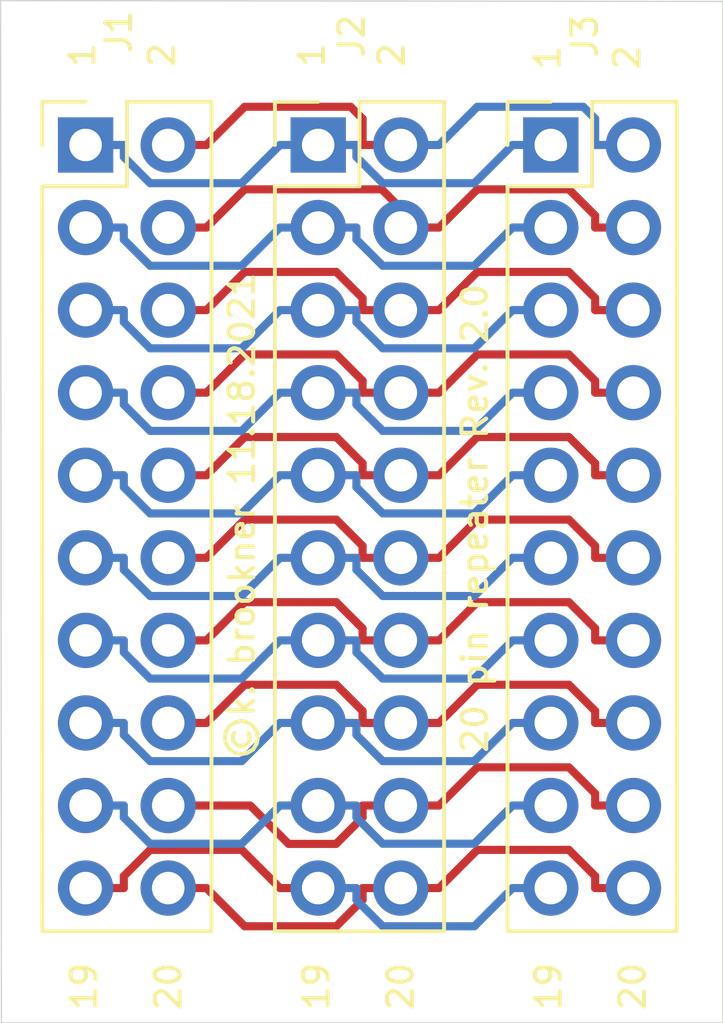
<source format=kicad_pcb>
(kicad_pcb (version 20171130) (host pcbnew "(5.1.10-1-10_14)")

  (general
    (thickness 1.6002)
    (drawings 15)
    (tracks 256)
    (zones 0)
    (modules 3)
    (nets 21)
  )

  (page USLetter)
  (title_block
    (rev 1)
  )

  (layers
    (0 Front signal)
    (31 Back signal)
    (34 B.Paste user)
    (35 F.Paste user)
    (36 B.SilkS user)
    (37 F.SilkS user)
    (38 B.Mask user)
    (39 F.Mask user)
    (44 Edge.Cuts user)
    (45 Margin user)
    (46 B.CrtYd user)
    (47 F.CrtYd user)
    (49 F.Fab user hide)
  )

  (setup
    (last_trace_width 0.25)
    (user_trace_width 0.254)
    (user_trace_width 0.508)
    (user_trace_width 0.762)
    (trace_clearance 0.2)
    (zone_clearance 0.508)
    (zone_45_only no)
    (trace_min 0.1524)
    (via_size 0.8)
    (via_drill 0.4)
    (via_min_size 0.508)
    (via_min_drill 0.254)
    (user_via 0.6858 0.3302)
    (user_via 0.889 0.381)
    (uvia_size 0.6858)
    (uvia_drill 0.254)
    (uvias_allowed no)
    (uvia_min_size 0)
    (uvia_min_drill 0)
    (edge_width 0.0381)
    (segment_width 0.254)
    (pcb_text_width 0.3048)
    (pcb_text_size 1.524 1.524)
    (mod_edge_width 0.127)
    (mod_text_size 0.762 0.762)
    (mod_text_width 0.127)
    (pad_size 1.524 1.524)
    (pad_drill 0.762)
    (pad_to_mask_clearance 0.0508)
    (aux_axis_origin 0 0)
    (visible_elements FFFFFF7F)
    (pcbplotparams
      (layerselection 0x010fc_ffffffff)
      (usegerberextensions false)
      (usegerberattributes false)
      (usegerberadvancedattributes false)
      (creategerberjobfile false)
      (excludeedgelayer true)
      (linewidth 0.152400)
      (plotframeref false)
      (viasonmask false)
      (mode 1)
      (useauxorigin false)
      (hpglpennumber 1)
      (hpglpenspeed 20)
      (hpglpendiameter 15.000000)
      (psnegative false)
      (psa4output false)
      (plotreference true)
      (plotvalue false)
      (plotinvisibletext false)
      (padsonsilk false)
      (subtractmaskfromsilk true)
      (outputformat 1)
      (mirror false)
      (drillshape 0)
      (scaleselection 1)
      (outputdirectory "./gerbers"))
  )

  (net 0 "")
  (net 1 /pin4)
  (net 2 /pin6)
  (net 3 /pin7)
  (net 4 /pin20)
  (net 5 /pin2)
  (net 6 /pin5)
  (net 7 /pin9)
  (net 8 /pin11)
  (net 9 /pin13)
  (net 10 /pin1)
  (net 11 /pin3)
  (net 12 /pin8)
  (net 13 /pin10)
  (net 14 /pin12)
  (net 15 /pin14)
  (net 16 /pin15)
  (net 17 /pin16)
  (net 18 /pin17)
  (net 19 /pin18)
  (net 20 /pin19)

  (net_class Default "This is the default net class."
    (clearance 0.2)
    (trace_width 0.25)
    (via_dia 0.8)
    (via_drill 0.4)
    (uvia_dia 0.6858)
    (uvia_drill 0.254)
    (diff_pair_width 0.1524)
    (diff_pair_gap 0.1524)
    (add_net /pin1)
    (add_net /pin10)
    (add_net /pin11)
    (add_net /pin12)
    (add_net /pin13)
    (add_net /pin14)
    (add_net /pin15)
    (add_net /pin16)
    (add_net /pin17)
    (add_net /pin18)
    (add_net /pin19)
    (add_net /pin2)
    (add_net /pin20)
    (add_net /pin3)
    (add_net /pin4)
    (add_net /pin5)
    (add_net /pin6)
    (add_net /pin7)
    (add_net /pin8)
    (add_net /pin9)
  )

  (net_class Power ""
    (clearance 0.3)
    (trace_width 0.3)
    (via_dia 1)
    (via_drill 0.6)
    (uvia_dia 0.6858)
    (uvia_drill 0.254)
    (diff_pair_width 0.1524)
    (diff_pair_gap 0.1524)
  )

  (module Connector_PinHeader_2.54mm:PinHeader_2x10_P2.54mm_Vertical (layer Front) (tedit 59FED5CC) (tstamp 61982944)
    (at 119.452 73.0466)
    (descr "Through hole straight pin header, 2x10, 2.54mm pitch, double rows")
    (tags "Through hole pin header THT 2x10 2.54mm double row")
    (path /61BCF42F)
    (fp_text reference J1 (at 1.019799 -3.476001 90) (layer F.SilkS)
      (effects (font (size 0.762 0.762) (thickness 0.127)))
    )
    (fp_text value Conn_02x10_Odd_Even (at 1.27 25.19) (layer F.Fab)
      (effects (font (size 1 1) (thickness 0.15)))
    )
    (fp_line (start 4.35 -1.8) (end -1.8 -1.8) (layer F.CrtYd) (width 0.05))
    (fp_line (start 4.35 24.65) (end 4.35 -1.8) (layer F.CrtYd) (width 0.05))
    (fp_line (start -1.8 24.65) (end 4.35 24.65) (layer F.CrtYd) (width 0.05))
    (fp_line (start -1.8 -1.8) (end -1.8 24.65) (layer F.CrtYd) (width 0.05))
    (fp_line (start -1.33 -1.33) (end 0 -1.33) (layer F.SilkS) (width 0.12))
    (fp_line (start -1.33 0) (end -1.33 -1.33) (layer F.SilkS) (width 0.12))
    (fp_line (start 1.27 -1.33) (end 3.87 -1.33) (layer F.SilkS) (width 0.12))
    (fp_line (start 1.27 1.27) (end 1.27 -1.33) (layer F.SilkS) (width 0.12))
    (fp_line (start -1.33 1.27) (end 1.27 1.27) (layer F.SilkS) (width 0.12))
    (fp_line (start 3.87 -1.33) (end 3.87 24.19) (layer F.SilkS) (width 0.12))
    (fp_line (start -1.33 1.27) (end -1.33 24.19) (layer F.SilkS) (width 0.12))
    (fp_line (start -1.33 24.19) (end 3.87 24.19) (layer F.SilkS) (width 0.12))
    (fp_line (start -1.27 0) (end 0 -1.27) (layer F.Fab) (width 0.1))
    (fp_line (start -1.27 24.13) (end -1.27 0) (layer F.Fab) (width 0.1))
    (fp_line (start 3.81 24.13) (end -1.27 24.13) (layer F.Fab) (width 0.1))
    (fp_line (start 3.81 -1.27) (end 3.81 24.13) (layer F.Fab) (width 0.1))
    (fp_line (start 0 -1.27) (end 3.81 -1.27) (layer F.Fab) (width 0.1))
    (fp_text user %R (at 1.27 11.43 90) (layer F.Fab)
      (effects (font (size 1 1) (thickness 0.15)))
    )
    (pad 1 thru_hole rect (at 0 0) (size 1.7 1.7) (drill 1) (layers *.Cu *.Mask)
      (net 10 /pin1))
    (pad 2 thru_hole oval (at 2.54 0) (size 1.7 1.7) (drill 1) (layers *.Cu *.Mask)
      (net 5 /pin2))
    (pad 3 thru_hole oval (at 0 2.54) (size 1.7 1.7) (drill 1) (layers *.Cu *.Mask)
      (net 11 /pin3))
    (pad 4 thru_hole oval (at 2.54 2.54) (size 1.7 1.7) (drill 1) (layers *.Cu *.Mask)
      (net 1 /pin4))
    (pad 5 thru_hole oval (at 0 5.08) (size 1.7 1.7) (drill 1) (layers *.Cu *.Mask)
      (net 6 /pin5))
    (pad 6 thru_hole oval (at 2.54 5.08) (size 1.7 1.7) (drill 1) (layers *.Cu *.Mask)
      (net 2 /pin6))
    (pad 7 thru_hole oval (at 0 7.62) (size 1.7 1.7) (drill 1) (layers *.Cu *.Mask)
      (net 3 /pin7))
    (pad 8 thru_hole oval (at 2.54 7.62) (size 1.7 1.7) (drill 1) (layers *.Cu *.Mask)
      (net 12 /pin8))
    (pad 9 thru_hole oval (at 0 10.16) (size 1.7 1.7) (drill 1) (layers *.Cu *.Mask)
      (net 7 /pin9))
    (pad 10 thru_hole oval (at 2.54 10.16) (size 1.7 1.7) (drill 1) (layers *.Cu *.Mask)
      (net 13 /pin10))
    (pad 11 thru_hole oval (at 0 12.7) (size 1.7 1.7) (drill 1) (layers *.Cu *.Mask)
      (net 8 /pin11))
    (pad 12 thru_hole oval (at 2.54 12.7) (size 1.7 1.7) (drill 1) (layers *.Cu *.Mask)
      (net 14 /pin12))
    (pad 13 thru_hole oval (at 0 15.24) (size 1.7 1.7) (drill 1) (layers *.Cu *.Mask)
      (net 9 /pin13))
    (pad 14 thru_hole oval (at 2.54 15.24) (size 1.7 1.7) (drill 1) (layers *.Cu *.Mask)
      (net 15 /pin14))
    (pad 15 thru_hole oval (at 0 17.78) (size 1.7 1.7) (drill 1) (layers *.Cu *.Mask)
      (net 16 /pin15))
    (pad 16 thru_hole oval (at 2.54 17.78) (size 1.7 1.7) (drill 1) (layers *.Cu *.Mask)
      (net 17 /pin16))
    (pad 17 thru_hole oval (at 0 20.32) (size 1.7 1.7) (drill 1) (layers *.Cu *.Mask)
      (net 18 /pin17))
    (pad 18 thru_hole oval (at 2.54 20.32) (size 1.7 1.7) (drill 1) (layers *.Cu *.Mask)
      (net 19 /pin18))
    (pad 19 thru_hole oval (at 0 22.86) (size 1.7 1.7) (drill 1) (layers *.Cu *.Mask)
      (net 20 /pin19))
    (pad 20 thru_hole oval (at 2.54 22.86) (size 1.7 1.7) (drill 1) (layers *.Cu *.Mask)
      (net 4 /pin20))
    (model ${KISYS3DMOD}/Connector_PinHeader_2.54mm.3dshapes/PinHeader_2x10_P2.54mm_Vertical.wrl
      (at (xyz 0 0 0))
      (scale (xyz 1 1 1))
      (rotate (xyz 0 0 0))
    )
  )

  (module Connector_PinHeader_2.54mm:PinHeader_2x10_P2.54mm_Vertical (layer Front) (tedit 59FED5CC) (tstamp 6198296D)
    (at 126.602 73.0466)
    (descr "Through hole straight pin header, 2x10, 2.54mm pitch, double rows")
    (tags "Through hole pin header THT 2x10 2.54mm double row")
    (path /61C1C304)
    (fp_text reference J2 (at 1.032599 -3.349001 90) (layer F.SilkS)
      (effects (font (size 0.762 0.762) (thickness 0.127)))
    )
    (fp_text value Conn_02x10_Odd_Even (at 1.27 25.19) (layer F.Fab)
      (effects (font (size 1 1) (thickness 0.15)))
    )
    (fp_text user %R (at 1.27 11.43 90) (layer F.Fab)
      (effects (font (size 1 1) (thickness 0.15)))
    )
    (fp_line (start 0 -1.27) (end 3.81 -1.27) (layer F.Fab) (width 0.1))
    (fp_line (start 3.81 -1.27) (end 3.81 24.13) (layer F.Fab) (width 0.1))
    (fp_line (start 3.81 24.13) (end -1.27 24.13) (layer F.Fab) (width 0.1))
    (fp_line (start -1.27 24.13) (end -1.27 0) (layer F.Fab) (width 0.1))
    (fp_line (start -1.27 0) (end 0 -1.27) (layer F.Fab) (width 0.1))
    (fp_line (start -1.33 24.19) (end 3.87 24.19) (layer F.SilkS) (width 0.12))
    (fp_line (start -1.33 1.27) (end -1.33 24.19) (layer F.SilkS) (width 0.12))
    (fp_line (start 3.87 -1.33) (end 3.87 24.19) (layer F.SilkS) (width 0.12))
    (fp_line (start -1.33 1.27) (end 1.27 1.27) (layer F.SilkS) (width 0.12))
    (fp_line (start 1.27 1.27) (end 1.27 -1.33) (layer F.SilkS) (width 0.12))
    (fp_line (start 1.27 -1.33) (end 3.87 -1.33) (layer F.SilkS) (width 0.12))
    (fp_line (start -1.33 0) (end -1.33 -1.33) (layer F.SilkS) (width 0.12))
    (fp_line (start -1.33 -1.33) (end 0 -1.33) (layer F.SilkS) (width 0.12))
    (fp_line (start -1.8 -1.8) (end -1.8 24.65) (layer F.CrtYd) (width 0.05))
    (fp_line (start -1.8 24.65) (end 4.35 24.65) (layer F.CrtYd) (width 0.05))
    (fp_line (start 4.35 24.65) (end 4.35 -1.8) (layer F.CrtYd) (width 0.05))
    (fp_line (start 4.35 -1.8) (end -1.8 -1.8) (layer F.CrtYd) (width 0.05))
    (pad 20 thru_hole oval (at 2.54 22.86) (size 1.7 1.7) (drill 1) (layers *.Cu *.Mask)
      (net 4 /pin20))
    (pad 19 thru_hole oval (at 0 22.86) (size 1.7 1.7) (drill 1) (layers *.Cu *.Mask)
      (net 20 /pin19))
    (pad 18 thru_hole oval (at 2.54 20.32) (size 1.7 1.7) (drill 1) (layers *.Cu *.Mask)
      (net 19 /pin18))
    (pad 17 thru_hole oval (at 0 20.32) (size 1.7 1.7) (drill 1) (layers *.Cu *.Mask)
      (net 18 /pin17))
    (pad 16 thru_hole oval (at 2.54 17.78) (size 1.7 1.7) (drill 1) (layers *.Cu *.Mask)
      (net 17 /pin16))
    (pad 15 thru_hole oval (at 0 17.78) (size 1.7 1.7) (drill 1) (layers *.Cu *.Mask)
      (net 16 /pin15))
    (pad 14 thru_hole oval (at 2.54 15.24) (size 1.7 1.7) (drill 1) (layers *.Cu *.Mask)
      (net 15 /pin14))
    (pad 13 thru_hole oval (at 0 15.24) (size 1.7 1.7) (drill 1) (layers *.Cu *.Mask)
      (net 9 /pin13))
    (pad 12 thru_hole oval (at 2.54 12.7) (size 1.7 1.7) (drill 1) (layers *.Cu *.Mask)
      (net 14 /pin12))
    (pad 11 thru_hole oval (at 0 12.7) (size 1.7 1.7) (drill 1) (layers *.Cu *.Mask)
      (net 8 /pin11))
    (pad 10 thru_hole oval (at 2.54 10.16) (size 1.7 1.7) (drill 1) (layers *.Cu *.Mask)
      (net 13 /pin10))
    (pad 9 thru_hole oval (at 0 10.16) (size 1.7 1.7) (drill 1) (layers *.Cu *.Mask)
      (net 7 /pin9))
    (pad 8 thru_hole oval (at 2.54 7.62) (size 1.7 1.7) (drill 1) (layers *.Cu *.Mask)
      (net 12 /pin8))
    (pad 7 thru_hole oval (at 0 7.62) (size 1.7 1.7) (drill 1) (layers *.Cu *.Mask)
      (net 3 /pin7))
    (pad 6 thru_hole oval (at 2.54 5.08) (size 1.7 1.7) (drill 1) (layers *.Cu *.Mask)
      (net 2 /pin6))
    (pad 5 thru_hole oval (at 0 5.08) (size 1.7 1.7) (drill 1) (layers *.Cu *.Mask)
      (net 6 /pin5))
    (pad 4 thru_hole oval (at 2.54 2.54) (size 1.7 1.7) (drill 1) (layers *.Cu *.Mask)
      (net 1 /pin4))
    (pad 3 thru_hole oval (at 0 2.54) (size 1.7 1.7) (drill 1) (layers *.Cu *.Mask)
      (net 11 /pin3))
    (pad 2 thru_hole oval (at 2.54 0) (size 1.7 1.7) (drill 1) (layers *.Cu *.Mask)
      (net 5 /pin2))
    (pad 1 thru_hole rect (at 0 0) (size 1.7 1.7) (drill 1) (layers *.Cu *.Mask)
      (net 10 /pin1))
    (model ${KISYS3DMOD}/Connector_PinHeader_2.54mm.3dshapes/PinHeader_2x10_P2.54mm_Vertical.wrl
      (at (xyz 0 0 0))
      (scale (xyz 1 1 1))
      (rotate (xyz 0 0 0))
    )
  )

  (module Connector_PinHeader_2.54mm:PinHeader_2x10_P2.54mm_Vertical (layer Front) (tedit 59FED5CC) (tstamp 61982996)
    (at 133.752 73.0466)
    (descr "Through hole straight pin header, 2x10, 2.54mm pitch, double rows")
    (tags "Through hole pin header THT 2x10 2.54mm double row")
    (path /61C2F9ED)
    (fp_text reference J3 (at 1.045399 -3.349001 90) (layer F.SilkS)
      (effects (font (size 0.762 0.762) (thickness 0.127)))
    )
    (fp_text value Conn_02x10_Odd_Even (at 1.27 25.19) (layer F.Fab)
      (effects (font (size 1 1) (thickness 0.15)))
    )
    (fp_line (start 4.35 -1.8) (end -1.8 -1.8) (layer F.CrtYd) (width 0.05))
    (fp_line (start 4.35 24.65) (end 4.35 -1.8) (layer F.CrtYd) (width 0.05))
    (fp_line (start -1.8 24.65) (end 4.35 24.65) (layer F.CrtYd) (width 0.05))
    (fp_line (start -1.8 -1.8) (end -1.8 24.65) (layer F.CrtYd) (width 0.05))
    (fp_line (start -1.33 -1.33) (end 0 -1.33) (layer F.SilkS) (width 0.12))
    (fp_line (start -1.33 0) (end -1.33 -1.33) (layer F.SilkS) (width 0.12))
    (fp_line (start 1.27 -1.33) (end 3.87 -1.33) (layer F.SilkS) (width 0.12))
    (fp_line (start 1.27 1.27) (end 1.27 -1.33) (layer F.SilkS) (width 0.12))
    (fp_line (start -1.33 1.27) (end 1.27 1.27) (layer F.SilkS) (width 0.12))
    (fp_line (start 3.87 -1.33) (end 3.87 24.19) (layer F.SilkS) (width 0.12))
    (fp_line (start -1.33 1.27) (end -1.33 24.19) (layer F.SilkS) (width 0.12))
    (fp_line (start -1.33 24.19) (end 3.87 24.19) (layer F.SilkS) (width 0.12))
    (fp_line (start -1.27 0) (end 0 -1.27) (layer F.Fab) (width 0.1))
    (fp_line (start -1.27 24.13) (end -1.27 0) (layer F.Fab) (width 0.1))
    (fp_line (start 3.81 24.13) (end -1.27 24.13) (layer F.Fab) (width 0.1))
    (fp_line (start 3.81 -1.27) (end 3.81 24.13) (layer F.Fab) (width 0.1))
    (fp_line (start 0 -1.27) (end 3.81 -1.27) (layer F.Fab) (width 0.1))
    (fp_text user %R (at 1.27 11.43 90) (layer F.Fab)
      (effects (font (size 1 1) (thickness 0.15)))
    )
    (pad 1 thru_hole rect (at 0 0) (size 1.7 1.7) (drill 1) (layers *.Cu *.Mask)
      (net 10 /pin1))
    (pad 2 thru_hole oval (at 2.54 0) (size 1.7 1.7) (drill 1) (layers *.Cu *.Mask)
      (net 5 /pin2))
    (pad 3 thru_hole oval (at 0 2.54) (size 1.7 1.7) (drill 1) (layers *.Cu *.Mask)
      (net 11 /pin3))
    (pad 4 thru_hole oval (at 2.54 2.54) (size 1.7 1.7) (drill 1) (layers *.Cu *.Mask)
      (net 1 /pin4))
    (pad 5 thru_hole oval (at 0 5.08) (size 1.7 1.7) (drill 1) (layers *.Cu *.Mask)
      (net 6 /pin5))
    (pad 6 thru_hole oval (at 2.54 5.08) (size 1.7 1.7) (drill 1) (layers *.Cu *.Mask)
      (net 2 /pin6))
    (pad 7 thru_hole oval (at 0 7.62) (size 1.7 1.7) (drill 1) (layers *.Cu *.Mask)
      (net 3 /pin7))
    (pad 8 thru_hole oval (at 2.54 7.62) (size 1.7 1.7) (drill 1) (layers *.Cu *.Mask)
      (net 12 /pin8))
    (pad 9 thru_hole oval (at 0 10.16) (size 1.7 1.7) (drill 1) (layers *.Cu *.Mask)
      (net 7 /pin9))
    (pad 10 thru_hole oval (at 2.54 10.16) (size 1.7 1.7) (drill 1) (layers *.Cu *.Mask)
      (net 13 /pin10))
    (pad 11 thru_hole oval (at 0 12.7) (size 1.7 1.7) (drill 1) (layers *.Cu *.Mask)
      (net 8 /pin11))
    (pad 12 thru_hole oval (at 2.54 12.7) (size 1.7 1.7) (drill 1) (layers *.Cu *.Mask)
      (net 14 /pin12))
    (pad 13 thru_hole oval (at 0 15.24) (size 1.7 1.7) (drill 1) (layers *.Cu *.Mask)
      (net 9 /pin13))
    (pad 14 thru_hole oval (at 2.54 15.24) (size 1.7 1.7) (drill 1) (layers *.Cu *.Mask)
      (net 15 /pin14))
    (pad 15 thru_hole oval (at 0 17.78) (size 1.7 1.7) (drill 1) (layers *.Cu *.Mask)
      (net 16 /pin15))
    (pad 16 thru_hole oval (at 2.54 17.78) (size 1.7 1.7) (drill 1) (layers *.Cu *.Mask)
      (net 17 /pin16))
    (pad 17 thru_hole oval (at 0 20.32) (size 1.7 1.7) (drill 1) (layers *.Cu *.Mask)
      (net 18 /pin17))
    (pad 18 thru_hole oval (at 2.54 20.32) (size 1.7 1.7) (drill 1) (layers *.Cu *.Mask)
      (net 19 /pin18))
    (pad 19 thru_hole oval (at 0 22.86) (size 1.7 1.7) (drill 1) (layers *.Cu *.Mask)
      (net 20 /pin19))
    (pad 20 thru_hole oval (at 2.54 22.86) (size 1.7 1.7) (drill 1) (layers *.Cu *.Mask)
      (net 4 /pin20))
    (model ${KISYS3DMOD}/Connector_PinHeader_2.54mm.3dshapes/PinHeader_2x10_P2.54mm_Vertical.wrl
      (at (xyz 0 0 0))
      (scale (xyz 1 1 1))
      (rotate (xyz 0 0 0))
    )
  )

  (gr_line (start 139.0396 68.6308) (end 116.84 68.6054) (layer Edge.Cuts) (width 0.0381) (tstamp 619832C2))
  (gr_line (start 139.0396 100.0506) (end 139.0396 68.6308) (layer Edge.Cuts) (width 0.0381))
  (gr_line (start 116.8654 100.0506) (end 139.0396 100.0506) (layer Edge.Cuts) (width 0.0381))
  (gr_line (start 116.84 68.6054) (end 116.8654 100.0506) (layer Edge.Cuts) (width 0.0381))
  (gr_text "20 pin repeater Rev. 2.0" (at 131.4196 84.5312 90) (layer F.SilkS)
    (effects (font (size 0.762 0.762) (thickness 0.127)))
  )
  (gr_text 20 (at 136.271 98.933 90) (layer F.SilkS) (tstamp 61983021)
    (effects (font (size 0.762 0.762) (thickness 0.127)))
  )
  (gr_text 19 (at 133.6802 98.933 90) (layer F.SilkS) (tstamp 61983020)
    (effects (font (size 0.762 0.762) (thickness 0.127)))
  )
  (gr_text 20 (at 129.1336 98.933 90) (layer F.SilkS) (tstamp 61983021)
    (effects (font (size 0.762 0.762) (thickness 0.127)))
  )
  (gr_text 19 (at 126.5428 98.933 90) (layer F.SilkS) (tstamp 61983020)
    (effects (font (size 0.762 0.762) (thickness 0.127)))
  )
  (gr_text 20 (at 121.9962 98.933 90) (layer F.SilkS)
    (effects (font (size 0.762 0.762) (thickness 0.127)))
  )
  (gr_text 19 (at 119.4054 98.933 90) (layer F.SilkS)
    (effects (font (size 0.762 0.762) (thickness 0.127)))
  )
  (gr_text "©k. brookner 11.18.2021" (at 124.2568 84.455 90) (layer F.SilkS)
    (effects (font (size 0.762 0.762) (thickness 0.127)))
  )
  (gr_text "1\n\n2" (at 134.874 70.358 90) (layer F.SilkS) (tstamp 5F73791E)
    (effects (font (size 0.762 0.762) (thickness 0.127)))
  )
  (gr_text "1\n\n2" (at 127.635 70.2818 90) (layer F.SilkS) (tstamp 5F737916)
    (effects (font (size 0.762 0.762) (thickness 0.127)))
  )
  (gr_text "1\n\n2" (at 120.5738 70.2818 90) (layer F.SilkS)
    (effects (font (size 0.762 0.762) (thickness 0.127)))
  )

  (segment (start 121.992 75.5866) (end 123.1673 75.5866) (width 0.25) (layer Front) (net 1))
  (segment (start 129.7297 75.5866) (end 128.5544 74.4113) (width 0.25) (layer Front) (net 1))
  (segment (start 128.5544 74.4113) (end 124.3426 74.4113) (width 0.25) (layer Front) (net 1))
  (segment (start 124.3426 74.4113) (end 123.1673 75.5866) (width 0.25) (layer Front) (net 1))
  (segment (start 129.7297 75.5866) (end 130.3173 75.5866) (width 0.25) (layer Front) (net 1))
  (segment (start 129.142 75.5866) (end 129.7297 75.5866) (width 0.25) (layer Front) (net 1))
  (segment (start 136.292 75.5866) (end 135.1167 75.5866) (width 0.25) (layer Front) (net 1))
  (segment (start 130.3173 75.5866) (end 131.4926 74.4113) (width 0.25) (layer Front) (net 1))
  (segment (start 131.4926 74.4113) (end 134.3088 74.4113) (width 0.25) (layer Front) (net 1))
  (segment (start 134.3088 74.4113) (end 135.1167 75.2192) (width 0.25) (layer Front) (net 1))
  (segment (start 135.1167 75.2192) (end 135.1167 75.5866) (width 0.25) (layer Front) (net 1))
  (segment (start 136.292 78.1266) (end 135.1167 78.1266) (width 0.25) (layer Front) (net 2))
  (segment (start 129.142 78.1266) (end 130.3173 78.1266) (width 0.25) (layer Front) (net 2))
  (segment (start 130.3173 78.1266) (end 131.4926 76.9513) (width 0.25) (layer Front) (net 2))
  (segment (start 131.4926 76.9513) (end 134.3088 76.9513) (width 0.25) (layer Front) (net 2))
  (segment (start 134.3088 76.9513) (end 135.1167 77.7592) (width 0.25) (layer Front) (net 2))
  (segment (start 135.1167 77.7592) (end 135.1167 78.1266) (width 0.25) (layer Front) (net 2))
  (segment (start 128.5544 78.1266) (end 129.142 78.1266) (width 0.25) (layer Front) (net 2))
  (segment (start 128.5544 78.1266) (end 127.9667 78.1266) (width 0.25) (layer Front) (net 2))
  (segment (start 121.992 78.1266) (end 123.1673 78.1266) (width 0.25) (layer Front) (net 2))
  (segment (start 127.9667 78.1266) (end 127.9667 77.7593) (width 0.25) (layer Front) (net 2))
  (segment (start 127.9667 77.7593) (end 127.1587 76.9513) (width 0.25) (layer Front) (net 2))
  (segment (start 127.1587 76.9513) (end 124.3426 76.9513) (width 0.25) (layer Front) (net 2))
  (segment (start 124.3426 76.9513) (end 123.1673 78.1266) (width 0.25) (layer Front) (net 2))
  (segment (start 119.452 80.6666) (end 120.6273 80.6666) (width 0.25) (layer Back) (net 3))
  (segment (start 126.602 80.6666) (end 125.4267 80.6666) (width 0.25) (layer Back) (net 3))
  (segment (start 125.4267 80.6666) (end 124.2514 81.8419) (width 0.25) (layer Back) (net 3))
  (segment (start 124.2514 81.8419) (end 121.4352 81.8419) (width 0.25) (layer Back) (net 3))
  (segment (start 121.4352 81.8419) (end 120.6273 81.034) (width 0.25) (layer Back) (net 3))
  (segment (start 120.6273 81.034) (end 120.6273 80.6666) (width 0.25) (layer Back) (net 3))
  (segment (start 127.1897 80.6666) (end 126.602 80.6666) (width 0.25) (layer Back) (net 3))
  (segment (start 127.1897 80.6666) (end 127.7773 80.6666) (width 0.25) (layer Back) (net 3))
  (segment (start 133.752 80.6666) (end 132.5767 80.6666) (width 0.25) (layer Back) (net 3))
  (segment (start 127.7773 80.6666) (end 127.7773 81.0339) (width 0.25) (layer Back) (net 3))
  (segment (start 127.7773 81.0339) (end 128.5853 81.8419) (width 0.25) (layer Back) (net 3))
  (segment (start 128.5853 81.8419) (end 131.4014 81.8419) (width 0.25) (layer Back) (net 3))
  (segment (start 131.4014 81.8419) (end 132.5767 80.6666) (width 0.25) (layer Back) (net 3))
  (segment (start 136.292 95.9066) (end 135.1167 95.9066) (width 0.25) (layer Front) (net 4))
  (segment (start 129.142 95.9066) (end 130.3173 95.9066) (width 0.25) (layer Front) (net 4))
  (segment (start 130.3173 95.9066) (end 131.4926 94.7313) (width 0.25) (layer Front) (net 4))
  (segment (start 131.4926 94.7313) (end 134.3088 94.7313) (width 0.25) (layer Front) (net 4))
  (segment (start 134.3088 94.7313) (end 135.1167 95.5392) (width 0.25) (layer Front) (net 4))
  (segment (start 135.1167 95.5392) (end 135.1167 95.9066) (width 0.25) (layer Front) (net 4))
  (segment (start 128.5544 95.9066) (end 129.142 95.9066) (width 0.25) (layer Front) (net 4))
  (segment (start 128.5544 95.9066) (end 127.9667 95.9066) (width 0.25) (layer Front) (net 4))
  (segment (start 121.992 95.9066) (end 123.1673 95.9066) (width 0.25) (layer Front) (net 4))
  (segment (start 127.9667 95.9066) (end 127.9667 96.2739) (width 0.25) (layer Front) (net 4))
  (segment (start 127.9667 96.2739) (end 127.1587 97.0819) (width 0.25) (layer Front) (net 4))
  (segment (start 127.1587 97.0819) (end 124.3426 97.0819) (width 0.25) (layer Front) (net 4))
  (segment (start 124.3426 97.0819) (end 123.1673 95.9066) (width 0.25) (layer Front) (net 4))
  (segment (start 121.992 73.0466) (end 123.1673 73.0466) (width 0.25) (layer Front) (net 5))
  (segment (start 129.142 73.0466) (end 127.9667 73.0466) (width 0.25) (layer Front) (net 5))
  (segment (start 127.9667 73.0466) (end 127.9667 72.2386) (width 0.25) (layer Front) (net 5))
  (segment (start 127.9667 72.2386) (end 127.5994 71.8713) (width 0.25) (layer Front) (net 5))
  (segment (start 127.5994 71.8713) (end 124.3426 71.8713) (width 0.25) (layer Front) (net 5))
  (segment (start 124.3426 71.8713) (end 123.1673 73.0466) (width 0.25) (layer Front) (net 5))
  (segment (start 129.142 73.0466) (end 130.3173 73.0466) (width 0.25) (layer Back) (net 5))
  (segment (start 136.292 73.0466) (end 135.1167 73.0466) (width 0.25) (layer Back) (net 5))
  (segment (start 135.1167 73.0466) (end 135.1167 72.2386) (width 0.25) (layer Back) (net 5))
  (segment (start 135.1167 72.2386) (end 134.7494 71.8713) (width 0.25) (layer Back) (net 5))
  (segment (start 134.7494 71.8713) (end 131.4926 71.8713) (width 0.25) (layer Back) (net 5))
  (segment (start 131.4926 71.8713) (end 130.3173 73.0466) (width 0.25) (layer Back) (net 5))
  (segment (start 119.452 78.1266) (end 120.6273 78.1266) (width 0.25) (layer Back) (net 6))
  (segment (start 126.602 78.1266) (end 125.4267 78.1266) (width 0.25) (layer Back) (net 6))
  (segment (start 125.4267 78.1266) (end 124.2514 79.3019) (width 0.25) (layer Back) (net 6))
  (segment (start 124.2514 79.3019) (end 121.4352 79.3019) (width 0.25) (layer Back) (net 6))
  (segment (start 121.4352 79.3019) (end 120.6273 78.494) (width 0.25) (layer Back) (net 6))
  (segment (start 120.6273 78.494) (end 120.6273 78.1266) (width 0.25) (layer Back) (net 6))
  (segment (start 127.1897 78.1266) (end 126.602 78.1266) (width 0.25) (layer Back) (net 6))
  (segment (start 127.1897 78.1266) (end 127.7773 78.1266) (width 0.25) (layer Back) (net 6))
  (segment (start 133.752 78.1266) (end 132.5767 78.1266) (width 0.25) (layer Back) (net 6))
  (segment (start 127.7773 78.1266) (end 127.7773 78.4939) (width 0.25) (layer Back) (net 6))
  (segment (start 127.7773 78.4939) (end 128.5853 79.3019) (width 0.25) (layer Back) (net 6))
  (segment (start 128.5853 79.3019) (end 131.4014 79.3019) (width 0.25) (layer Back) (net 6))
  (segment (start 131.4014 79.3019) (end 132.5767 78.1266) (width 0.25) (layer Back) (net 6))
  (segment (start 119.452 83.2066) (end 120.6273 83.2066) (width 0.25) (layer Back) (net 7))
  (segment (start 126.602 83.2066) (end 125.4267 83.2066) (width 0.25) (layer Back) (net 7))
  (segment (start 125.4267 83.2066) (end 124.2514 84.3819) (width 0.25) (layer Back) (net 7))
  (segment (start 124.2514 84.3819) (end 121.4352 84.3819) (width 0.25) (layer Back) (net 7))
  (segment (start 121.4352 84.3819) (end 120.6273 83.574) (width 0.25) (layer Back) (net 7))
  (segment (start 120.6273 83.574) (end 120.6273 83.2066) (width 0.25) (layer Back) (net 7))
  (segment (start 127.1897 83.2066) (end 126.602 83.2066) (width 0.25) (layer Back) (net 7))
  (segment (start 127.1897 83.2066) (end 127.7773 83.2066) (width 0.25) (layer Back) (net 7))
  (segment (start 133.752 83.2066) (end 132.5767 83.2066) (width 0.25) (layer Back) (net 7))
  (segment (start 127.7773 83.2066) (end 127.7773 83.5739) (width 0.25) (layer Back) (net 7))
  (segment (start 127.7773 83.5739) (end 128.5853 84.3819) (width 0.25) (layer Back) (net 7))
  (segment (start 128.5853 84.3819) (end 131.4014 84.3819) (width 0.25) (layer Back) (net 7))
  (segment (start 131.4014 84.3819) (end 132.5767 83.2066) (width 0.25) (layer Back) (net 7))
  (segment (start 119.452 85.7466) (end 120.6273 85.7466) (width 0.25) (layer Back) (net 8))
  (segment (start 126.602 85.7466) (end 125.4267 85.7466) (width 0.25) (layer Back) (net 8))
  (segment (start 125.4267 85.7466) (end 124.2514 86.9219) (width 0.25) (layer Back) (net 8))
  (segment (start 124.2514 86.9219) (end 121.4352 86.9219) (width 0.25) (layer Back) (net 8))
  (segment (start 121.4352 86.9219) (end 120.6273 86.114) (width 0.25) (layer Back) (net 8))
  (segment (start 120.6273 86.114) (end 120.6273 85.7466) (width 0.25) (layer Back) (net 8))
  (segment (start 127.1897 85.7466) (end 126.602 85.7466) (width 0.25) (layer Back) (net 8))
  (segment (start 127.1897 85.7466) (end 127.7773 85.7466) (width 0.25) (layer Back) (net 8))
  (segment (start 133.752 85.7466) (end 132.5767 85.7466) (width 0.25) (layer Back) (net 8))
  (segment (start 127.7773 85.7466) (end 127.7773 86.1139) (width 0.25) (layer Back) (net 8))
  (segment (start 127.7773 86.1139) (end 128.5853 86.9219) (width 0.25) (layer Back) (net 8))
  (segment (start 128.5853 86.9219) (end 131.4014 86.9219) (width 0.25) (layer Back) (net 8))
  (segment (start 131.4014 86.9219) (end 132.5767 85.7466) (width 0.25) (layer Back) (net 8))
  (segment (start 119.452 88.2866) (end 120.6273 88.2866) (width 0.25) (layer Back) (net 9))
  (segment (start 126.602 88.2866) (end 125.4267 88.2866) (width 0.25) (layer Back) (net 9))
  (segment (start 125.4267 88.2866) (end 124.2514 89.4619) (width 0.25) (layer Back) (net 9))
  (segment (start 124.2514 89.4619) (end 121.4352 89.4619) (width 0.25) (layer Back) (net 9))
  (segment (start 121.4352 89.4619) (end 120.6273 88.654) (width 0.25) (layer Back) (net 9))
  (segment (start 120.6273 88.654) (end 120.6273 88.2866) (width 0.25) (layer Back) (net 9))
  (segment (start 127.1897 88.2866) (end 126.602 88.2866) (width 0.25) (layer Back) (net 9))
  (segment (start 127.1897 88.2866) (end 127.7773 88.2866) (width 0.25) (layer Back) (net 9))
  (segment (start 133.752 88.2866) (end 132.5767 88.2866) (width 0.25) (layer Back) (net 9))
  (segment (start 127.7773 88.2866) (end 127.7773 88.6539) (width 0.25) (layer Back) (net 9))
  (segment (start 127.7773 88.6539) (end 128.5853 89.4619) (width 0.25) (layer Back) (net 9))
  (segment (start 128.5853 89.4619) (end 131.4014 89.4619) (width 0.25) (layer Back) (net 9))
  (segment (start 131.4014 89.4619) (end 132.5767 88.2866) (width 0.25) (layer Back) (net 9))
  (segment (start 119.452 73.0466) (end 120.6273 73.0466) (width 0.25) (layer Back) (net 10))
  (segment (start 126.602 73.0466) (end 125.4267 73.0466) (width 0.25) (layer Back) (net 10))
  (segment (start 125.4267 73.0466) (end 124.2514 74.2219) (width 0.25) (layer Back) (net 10))
  (segment (start 124.2514 74.2219) (end 121.4352 74.2219) (width 0.25) (layer Back) (net 10))
  (segment (start 121.4352 74.2219) (end 120.6273 73.414) (width 0.25) (layer Back) (net 10))
  (segment (start 120.6273 73.414) (end 120.6273 73.0466) (width 0.25) (layer Back) (net 10))
  (segment (start 127.1897 73.0466) (end 126.602 73.0466) (width 0.25) (layer Back) (net 10))
  (segment (start 127.1897 73.0466) (end 127.7773 73.0466) (width 0.25) (layer Back) (net 10))
  (segment (start 133.752 73.0466) (end 132.5767 73.0466) (width 0.25) (layer Back) (net 10))
  (segment (start 127.7773 73.0466) (end 127.7773 73.4139) (width 0.25) (layer Back) (net 10))
  (segment (start 127.7773 73.4139) (end 128.5853 74.2219) (width 0.25) (layer Back) (net 10))
  (segment (start 128.5853 74.2219) (end 131.4014 74.2219) (width 0.25) (layer Back) (net 10))
  (segment (start 131.4014 74.2219) (end 132.5767 73.0466) (width 0.25) (layer Back) (net 10))
  (segment (start 119.452 75.5866) (end 120.6273 75.5866) (width 0.25) (layer Back) (net 11))
  (segment (start 126.602 75.5866) (end 125.4267 75.5866) (width 0.25) (layer Back) (net 11))
  (segment (start 125.4267 75.5866) (end 124.2514 76.7619) (width 0.25) (layer Back) (net 11))
  (segment (start 124.2514 76.7619) (end 121.4352 76.7619) (width 0.25) (layer Back) (net 11))
  (segment (start 121.4352 76.7619) (end 120.6273 75.954) (width 0.25) (layer Back) (net 11))
  (segment (start 120.6273 75.954) (end 120.6273 75.5866) (width 0.25) (layer Back) (net 11))
  (segment (start 126.9773 75.5866) (end 126.602 75.5866) (width 0.25) (layer Back) (net 11))
  (segment (start 126.9773 75.5866) (end 127.7773 75.5866) (width 0.25) (layer Back) (net 11))
  (segment (start 133.752 75.5866) (end 132.5767 75.5866) (width 0.25) (layer Back) (net 11))
  (segment (start 127.7773 75.5866) (end 127.7773 75.9539) (width 0.25) (layer Back) (net 11))
  (segment (start 127.7773 75.9539) (end 128.5853 76.7619) (width 0.25) (layer Back) (net 11))
  (segment (start 128.5853 76.7619) (end 131.4014 76.7619) (width 0.25) (layer Back) (net 11))
  (segment (start 131.4014 76.7619) (end 132.5767 75.5866) (width 0.25) (layer Back) (net 11))
  (segment (start 136.292 80.6666) (end 135.1167 80.6666) (width 0.25) (layer Front) (net 12))
  (segment (start 129.142 80.6666) (end 130.3173 80.6666) (width 0.25) (layer Front) (net 12))
  (segment (start 130.3173 80.6666) (end 131.4926 79.4913) (width 0.25) (layer Front) (net 12))
  (segment (start 131.4926 79.4913) (end 134.3088 79.4913) (width 0.25) (layer Front) (net 12))
  (segment (start 134.3088 79.4913) (end 135.1167 80.2992) (width 0.25) (layer Front) (net 12))
  (segment (start 135.1167 80.2992) (end 135.1167 80.6666) (width 0.25) (layer Front) (net 12))
  (segment (start 128.5544 80.6666) (end 129.142 80.6666) (width 0.25) (layer Front) (net 12))
  (segment (start 128.5544 80.6666) (end 127.9667 80.6666) (width 0.25) (layer Front) (net 12))
  (segment (start 121.992 80.6666) (end 123.1673 80.6666) (width 0.25) (layer Front) (net 12))
  (segment (start 127.9667 80.6666) (end 127.9667 80.2993) (width 0.25) (layer Front) (net 12))
  (segment (start 127.9667 80.2993) (end 127.1587 79.4913) (width 0.25) (layer Front) (net 12))
  (segment (start 127.1587 79.4913) (end 124.3426 79.4913) (width 0.25) (layer Front) (net 12))
  (segment (start 124.3426 79.4913) (end 123.1673 80.6666) (width 0.25) (layer Front) (net 12))
  (segment (start 136.292 83.2066) (end 135.1167 83.2066) (width 0.25) (layer Front) (net 13))
  (segment (start 129.142 83.2066) (end 130.3173 83.2066) (width 0.25) (layer Front) (net 13))
  (segment (start 130.3173 83.2066) (end 131.4926 82.0313) (width 0.25) (layer Front) (net 13))
  (segment (start 131.4926 82.0313) (end 134.3088 82.0313) (width 0.25) (layer Front) (net 13))
  (segment (start 134.3088 82.0313) (end 135.1167 82.8392) (width 0.25) (layer Front) (net 13))
  (segment (start 135.1167 82.8392) (end 135.1167 83.2066) (width 0.25) (layer Front) (net 13))
  (segment (start 128.5544 83.2066) (end 129.142 83.2066) (width 0.25) (layer Front) (net 13))
  (segment (start 128.5544 83.2066) (end 127.9667 83.2066) (width 0.25) (layer Front) (net 13))
  (segment (start 121.992 83.2066) (end 123.1673 83.2066) (width 0.25) (layer Front) (net 13))
  (segment (start 127.9667 83.2066) (end 127.9667 82.8393) (width 0.25) (layer Front) (net 13))
  (segment (start 127.9667 82.8393) (end 127.1587 82.0313) (width 0.25) (layer Front) (net 13))
  (segment (start 127.1587 82.0313) (end 124.3426 82.0313) (width 0.25) (layer Front) (net 13))
  (segment (start 124.3426 82.0313) (end 123.1673 83.2066) (width 0.25) (layer Front) (net 13))
  (segment (start 136.292 85.7466) (end 135.1167 85.7466) (width 0.25) (layer Front) (net 14))
  (segment (start 129.142 85.7466) (end 130.3173 85.7466) (width 0.25) (layer Front) (net 14))
  (segment (start 130.3173 85.7466) (end 131.4926 84.5713) (width 0.25) (layer Front) (net 14))
  (segment (start 131.4926 84.5713) (end 134.3088 84.5713) (width 0.25) (layer Front) (net 14))
  (segment (start 134.3088 84.5713) (end 135.1167 85.3792) (width 0.25) (layer Front) (net 14))
  (segment (start 135.1167 85.3792) (end 135.1167 85.7466) (width 0.25) (layer Front) (net 14))
  (segment (start 128.5544 85.7466) (end 129.142 85.7466) (width 0.25) (layer Front) (net 14))
  (segment (start 128.5544 85.7466) (end 127.9667 85.7466) (width 0.25) (layer Front) (net 14))
  (segment (start 121.992 85.7466) (end 123.1673 85.7466) (width 0.25) (layer Front) (net 14))
  (segment (start 127.9667 85.7466) (end 127.9667 85.3793) (width 0.25) (layer Front) (net 14))
  (segment (start 127.9667 85.3793) (end 127.1587 84.5713) (width 0.25) (layer Front) (net 14))
  (segment (start 127.1587 84.5713) (end 124.3426 84.5713) (width 0.25) (layer Front) (net 14))
  (segment (start 124.3426 84.5713) (end 123.1673 85.7466) (width 0.25) (layer Front) (net 14))
  (segment (start 136.292 88.2866) (end 135.1167 88.2866) (width 0.25) (layer Front) (net 15))
  (segment (start 129.142 88.2866) (end 130.3173 88.2866) (width 0.25) (layer Front) (net 15))
  (segment (start 130.3173 88.2866) (end 131.4926 87.1113) (width 0.25) (layer Front) (net 15))
  (segment (start 131.4926 87.1113) (end 134.3088 87.1113) (width 0.25) (layer Front) (net 15))
  (segment (start 134.3088 87.1113) (end 135.1167 87.9192) (width 0.25) (layer Front) (net 15))
  (segment (start 135.1167 87.9192) (end 135.1167 88.2866) (width 0.25) (layer Front) (net 15))
  (segment (start 128.5544 88.2866) (end 129.142 88.2866) (width 0.25) (layer Front) (net 15))
  (segment (start 128.5544 88.2866) (end 127.9667 88.2866) (width 0.25) (layer Front) (net 15))
  (segment (start 121.992 88.2866) (end 123.1673 88.2866) (width 0.25) (layer Front) (net 15))
  (segment (start 127.9667 88.2866) (end 127.9667 87.9193) (width 0.25) (layer Front) (net 15))
  (segment (start 127.9667 87.9193) (end 127.1587 87.1113) (width 0.25) (layer Front) (net 15))
  (segment (start 127.1587 87.1113) (end 124.3426 87.1113) (width 0.25) (layer Front) (net 15))
  (segment (start 124.3426 87.1113) (end 123.1673 88.2866) (width 0.25) (layer Front) (net 15))
  (segment (start 119.452 90.8266) (end 120.6273 90.8266) (width 0.25) (layer Back) (net 16))
  (segment (start 126.602 90.8266) (end 125.4267 90.8266) (width 0.25) (layer Back) (net 16))
  (segment (start 125.4267 90.8266) (end 124.2514 92.0019) (width 0.25) (layer Back) (net 16))
  (segment (start 124.2514 92.0019) (end 121.4352 92.0019) (width 0.25) (layer Back) (net 16))
  (segment (start 121.4352 92.0019) (end 120.6273 91.194) (width 0.25) (layer Back) (net 16))
  (segment (start 120.6273 91.194) (end 120.6273 90.8266) (width 0.25) (layer Back) (net 16))
  (segment (start 127.1897 90.8266) (end 126.602 90.8266) (width 0.25) (layer Back) (net 16))
  (segment (start 127.1897 90.8266) (end 127.7773 90.8266) (width 0.25) (layer Back) (net 16))
  (segment (start 133.752 90.8266) (end 132.5767 90.8266) (width 0.25) (layer Back) (net 16))
  (segment (start 127.7773 90.8266) (end 127.7773 91.1939) (width 0.25) (layer Back) (net 16))
  (segment (start 127.7773 91.1939) (end 128.5853 92.0019) (width 0.25) (layer Back) (net 16))
  (segment (start 128.5853 92.0019) (end 131.4014 92.0019) (width 0.25) (layer Back) (net 16))
  (segment (start 131.4014 92.0019) (end 132.5767 90.8266) (width 0.25) (layer Back) (net 16))
  (segment (start 136.292 90.8266) (end 135.1167 90.8266) (width 0.25) (layer Front) (net 17))
  (segment (start 129.142 90.8266) (end 130.3173 90.8266) (width 0.25) (layer Front) (net 17))
  (segment (start 130.3173 90.8266) (end 131.4926 89.6513) (width 0.25) (layer Front) (net 17))
  (segment (start 131.4926 89.6513) (end 134.3088 89.6513) (width 0.25) (layer Front) (net 17))
  (segment (start 134.3088 89.6513) (end 135.1167 90.4592) (width 0.25) (layer Front) (net 17))
  (segment (start 135.1167 90.4592) (end 135.1167 90.8266) (width 0.25) (layer Front) (net 17))
  (segment (start 128.5544 90.8266) (end 129.142 90.8266) (width 0.25) (layer Front) (net 17))
  (segment (start 128.5544 90.8266) (end 127.9667 90.8266) (width 0.25) (layer Front) (net 17))
  (segment (start 121.992 90.8266) (end 123.1673 90.8266) (width 0.25) (layer Front) (net 17))
  (segment (start 127.9667 90.8266) (end 127.9667 90.4593) (width 0.25) (layer Front) (net 17))
  (segment (start 127.9667 90.4593) (end 127.1587 89.6513) (width 0.25) (layer Front) (net 17))
  (segment (start 127.1587 89.6513) (end 124.3426 89.6513) (width 0.25) (layer Front) (net 17))
  (segment (start 124.3426 89.6513) (end 123.1673 90.8266) (width 0.25) (layer Front) (net 17))
  (segment (start 119.452 93.3666) (end 120.6273 93.3666) (width 0.25) (layer Back) (net 18))
  (segment (start 126.602 93.3666) (end 125.4267 93.3666) (width 0.25) (layer Back) (net 18))
  (segment (start 125.4267 93.3666) (end 124.2514 94.5419) (width 0.25) (layer Back) (net 18))
  (segment (start 124.2514 94.5419) (end 121.4352 94.5419) (width 0.25) (layer Back) (net 18))
  (segment (start 121.4352 94.5419) (end 120.6273 93.734) (width 0.25) (layer Back) (net 18))
  (segment (start 120.6273 93.734) (end 120.6273 93.3666) (width 0.25) (layer Back) (net 18))
  (segment (start 127.1897 93.3666) (end 126.602 93.3666) (width 0.25) (layer Back) (net 18))
  (segment (start 127.1897 93.3666) (end 127.7773 93.3666) (width 0.25) (layer Back) (net 18))
  (segment (start 133.752 93.3666) (end 132.5767 93.3666) (width 0.25) (layer Back) (net 18))
  (segment (start 127.7773 93.3666) (end 127.7773 93.7339) (width 0.25) (layer Back) (net 18))
  (segment (start 127.7773 93.7339) (end 128.5853 94.5419) (width 0.25) (layer Back) (net 18))
  (segment (start 128.5853 94.5419) (end 131.4014 94.5419) (width 0.25) (layer Back) (net 18))
  (segment (start 131.4014 94.5419) (end 132.5767 93.3666) (width 0.25) (layer Back) (net 18))
  (segment (start 136.292 93.3666) (end 135.1167 93.3666) (width 0.25) (layer Front) (net 19))
  (segment (start 129.142 93.3666) (end 130.3173 93.3666) (width 0.25) (layer Front) (net 19))
  (segment (start 130.3173 93.3666) (end 131.4926 92.1913) (width 0.25) (layer Front) (net 19))
  (segment (start 131.4926 92.1913) (end 134.3088 92.1913) (width 0.25) (layer Front) (net 19))
  (segment (start 134.3088 92.1913) (end 135.1167 92.9992) (width 0.25) (layer Front) (net 19))
  (segment (start 135.1167 92.9992) (end 135.1167 93.3666) (width 0.25) (layer Front) (net 19))
  (segment (start 128.5544 93.3666) (end 129.142 93.3666) (width 0.25) (layer Front) (net 19))
  (segment (start 128.5544 93.3666) (end 127.9667 93.3666) (width 0.25) (layer Front) (net 19))
  (segment (start 127.9667 93.3666) (end 127.9667 93.7339) (width 0.25) (layer Front) (net 19))
  (segment (start 127.9667 93.7339) (end 127.1529 94.5477) (width 0.25) (layer Front) (net 19))
  (segment (start 127.1529 94.5477) (end 125.6934 94.5477) (width 0.25) (layer Front) (net 19))
  (segment (start 125.6934 94.5477) (end 124.5123 93.3666) (width 0.25) (layer Front) (net 19))
  (segment (start 124.5123 93.3666) (end 121.992 93.3666) (width 0.25) (layer Front) (net 19))
  (segment (start 119.452 95.9066) (end 120.6273 95.9066) (width 0.25) (layer Front) (net 20))
  (segment (start 126.602 95.9066) (end 125.4267 95.9066) (width 0.25) (layer Front) (net 20))
  (segment (start 125.4267 95.9066) (end 124.2514 94.7313) (width 0.25) (layer Front) (net 20))
  (segment (start 124.2514 94.7313) (end 121.4352 94.7313) (width 0.25) (layer Front) (net 20))
  (segment (start 121.4352 94.7313) (end 120.6273 95.5392) (width 0.25) (layer Front) (net 20))
  (segment (start 120.6273 95.5392) (end 120.6273 95.9066) (width 0.25) (layer Front) (net 20))
  (segment (start 133.752 95.9066) (end 132.5767 95.9066) (width 0.25) (layer Back) (net 20))
  (segment (start 126.602 95.9066) (end 127.7773 95.9066) (width 0.25) (layer Back) (net 20))
  (segment (start 127.7773 95.9066) (end 127.7773 96.2739) (width 0.25) (layer Back) (net 20))
  (segment (start 127.7773 96.2739) (end 128.5853 97.0819) (width 0.25) (layer Back) (net 20))
  (segment (start 128.5853 97.0819) (end 131.4014 97.0819) (width 0.25) (layer Back) (net 20))
  (segment (start 131.4014 97.0819) (end 132.5767 95.9066) (width 0.25) (layer Back) (net 20))

)

</source>
